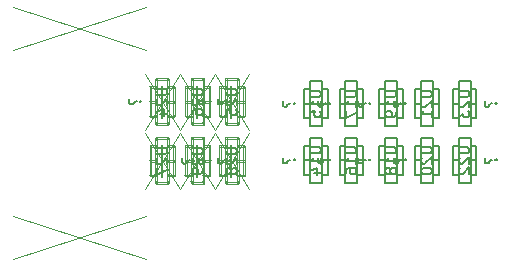
<source format=gbr>
%TF.GenerationSoftware,KiCad,Pcbnew,9.0.0*%
%TF.CreationDate,2025-03-14T22:24:00-04:00*%
%TF.ProjectId,teensy,7465656e-7379-42e6-9b69-6361645f7063,rev?*%
%TF.SameCoordinates,Original*%
%TF.FileFunction,AssemblyDrawing,Bot*%
%FSLAX46Y46*%
G04 Gerber Fmt 4.6, Leading zero omitted, Abs format (unit mm)*
G04 Created by KiCad (PCBNEW 9.0.0) date 2025-03-14 22:24:00*
%MOMM*%
%LPD*%
G01*
G04 APERTURE LIST*
%ADD10C,0.150000*%
%ADD11C,0.135000*%
%ADD12C,0.100000*%
G04 APERTURE END LIST*
D10*
X143109580Y-99352381D02*
X143157200Y-99400000D01*
X143157200Y-99400000D02*
X143204819Y-99352381D01*
X143204819Y-99352381D02*
X143157200Y-99304762D01*
X143157200Y-99304762D02*
X143109580Y-99352381D01*
X143109580Y-99352381D02*
X143204819Y-99352381D01*
X142252438Y-99161905D02*
X142204819Y-99257143D01*
X142204819Y-99257143D02*
X142204819Y-99495238D01*
X142204819Y-99495238D02*
X142252438Y-99590476D01*
X142252438Y-99590476D02*
X142347676Y-99638095D01*
X142347676Y-99638095D02*
X142442914Y-99638095D01*
X142442914Y-99638095D02*
X142538152Y-99590476D01*
X142538152Y-99590476D02*
X142585771Y-99542857D01*
X142585771Y-99542857D02*
X142633390Y-99447619D01*
X142633390Y-99447619D02*
X142681009Y-99400000D01*
X142681009Y-99400000D02*
X142776247Y-99352381D01*
X142776247Y-99352381D02*
X142823866Y-99352381D01*
D11*
X144509337Y-98285714D02*
X145237908Y-98285714D01*
X145237908Y-98285714D02*
X145323622Y-98328571D01*
X145323622Y-98328571D02*
X145366480Y-98371429D01*
X145366480Y-98371429D02*
X145409337Y-98457143D01*
X145409337Y-98457143D02*
X145409337Y-98628571D01*
X145409337Y-98628571D02*
X145366480Y-98714286D01*
X145366480Y-98714286D02*
X145323622Y-98757143D01*
X145323622Y-98757143D02*
X145237908Y-98800000D01*
X145237908Y-98800000D02*
X144509337Y-98800000D01*
X144595051Y-99185714D02*
X144552194Y-99228571D01*
X144552194Y-99228571D02*
X144509337Y-99314286D01*
X144509337Y-99314286D02*
X144509337Y-99528571D01*
X144509337Y-99528571D02*
X144552194Y-99614286D01*
X144552194Y-99614286D02*
X144595051Y-99657143D01*
X144595051Y-99657143D02*
X144680765Y-99700000D01*
X144680765Y-99700000D02*
X144766480Y-99700000D01*
X144766480Y-99700000D02*
X144895051Y-99657143D01*
X144895051Y-99657143D02*
X145409337Y-99142857D01*
X145409337Y-99142857D02*
X145409337Y-99700000D01*
X144509337Y-100514286D02*
X144509337Y-100085714D01*
X144509337Y-100085714D02*
X144937908Y-100042857D01*
X144937908Y-100042857D02*
X144895051Y-100085714D01*
X144895051Y-100085714D02*
X144852194Y-100171429D01*
X144852194Y-100171429D02*
X144852194Y-100385714D01*
X144852194Y-100385714D02*
X144895051Y-100471429D01*
X144895051Y-100471429D02*
X144937908Y-100514286D01*
X144937908Y-100514286D02*
X145023622Y-100557143D01*
X145023622Y-100557143D02*
X145237908Y-100557143D01*
X145237908Y-100557143D02*
X145323622Y-100514286D01*
X145323622Y-100514286D02*
X145366480Y-100471429D01*
X145366480Y-100471429D02*
X145409337Y-100385714D01*
X145409337Y-100385714D02*
X145409337Y-100171429D01*
X145409337Y-100171429D02*
X145366480Y-100085714D01*
X145366480Y-100085714D02*
X145323622Y-100042857D01*
X144959337Y-100759643D02*
X144959337Y-98083214D01*
D10*
X159599580Y-99522381D02*
X159647200Y-99570000D01*
X159647200Y-99570000D02*
X159694819Y-99522381D01*
X159694819Y-99522381D02*
X159647200Y-99474762D01*
X159647200Y-99474762D02*
X159599580Y-99522381D01*
X159599580Y-99522381D02*
X159694819Y-99522381D01*
X158742438Y-99331905D02*
X158694819Y-99427143D01*
X158694819Y-99427143D02*
X158694819Y-99665238D01*
X158694819Y-99665238D02*
X158742438Y-99760476D01*
X158742438Y-99760476D02*
X158837676Y-99808095D01*
X158837676Y-99808095D02*
X158932914Y-99808095D01*
X158932914Y-99808095D02*
X159028152Y-99760476D01*
X159028152Y-99760476D02*
X159075771Y-99712857D01*
X159075771Y-99712857D02*
X159123390Y-99617619D01*
X159123390Y-99617619D02*
X159171009Y-99570000D01*
X159171009Y-99570000D02*
X159266247Y-99522381D01*
X159266247Y-99522381D02*
X159313866Y-99522381D01*
D11*
X160999337Y-98455714D02*
X161727908Y-98455714D01*
X161727908Y-98455714D02*
X161813622Y-98498571D01*
X161813622Y-98498571D02*
X161856480Y-98541429D01*
X161856480Y-98541429D02*
X161899337Y-98627143D01*
X161899337Y-98627143D02*
X161899337Y-98798571D01*
X161899337Y-98798571D02*
X161856480Y-98884286D01*
X161856480Y-98884286D02*
X161813622Y-98927143D01*
X161813622Y-98927143D02*
X161727908Y-98970000D01*
X161727908Y-98970000D02*
X160999337Y-98970000D01*
X161085051Y-99355714D02*
X161042194Y-99398571D01*
X161042194Y-99398571D02*
X160999337Y-99484286D01*
X160999337Y-99484286D02*
X160999337Y-99698571D01*
X160999337Y-99698571D02*
X161042194Y-99784286D01*
X161042194Y-99784286D02*
X161085051Y-99827143D01*
X161085051Y-99827143D02*
X161170765Y-99870000D01*
X161170765Y-99870000D02*
X161256480Y-99870000D01*
X161256480Y-99870000D02*
X161385051Y-99827143D01*
X161385051Y-99827143D02*
X161899337Y-99312857D01*
X161899337Y-99312857D02*
X161899337Y-99870000D01*
X161899337Y-100727143D02*
X161899337Y-100212857D01*
X161899337Y-100470000D02*
X160999337Y-100470000D01*
X160999337Y-100470000D02*
X161127908Y-100384286D01*
X161127908Y-100384286D02*
X161213622Y-100298571D01*
X161213622Y-100298571D02*
X161256480Y-100212857D01*
D10*
X153219580Y-99522381D02*
X153267200Y-99570000D01*
X153267200Y-99570000D02*
X153314819Y-99522381D01*
X153314819Y-99522381D02*
X153267200Y-99474762D01*
X153267200Y-99474762D02*
X153219580Y-99522381D01*
X153219580Y-99522381D02*
X153314819Y-99522381D01*
X152362438Y-99331905D02*
X152314819Y-99427143D01*
X152314819Y-99427143D02*
X152314819Y-99665238D01*
X152314819Y-99665238D02*
X152362438Y-99760476D01*
X152362438Y-99760476D02*
X152457676Y-99808095D01*
X152457676Y-99808095D02*
X152552914Y-99808095D01*
X152552914Y-99808095D02*
X152648152Y-99760476D01*
X152648152Y-99760476D02*
X152695771Y-99712857D01*
X152695771Y-99712857D02*
X152743390Y-99617619D01*
X152743390Y-99617619D02*
X152791009Y-99570000D01*
X152791009Y-99570000D02*
X152886247Y-99522381D01*
X152886247Y-99522381D02*
X152933866Y-99522381D01*
D11*
X154619337Y-98455714D02*
X155347908Y-98455714D01*
X155347908Y-98455714D02*
X155433622Y-98498571D01*
X155433622Y-98498571D02*
X155476480Y-98541429D01*
X155476480Y-98541429D02*
X155519337Y-98627143D01*
X155519337Y-98627143D02*
X155519337Y-98798571D01*
X155519337Y-98798571D02*
X155476480Y-98884286D01*
X155476480Y-98884286D02*
X155433622Y-98927143D01*
X155433622Y-98927143D02*
X155347908Y-98970000D01*
X155347908Y-98970000D02*
X154619337Y-98970000D01*
X155519337Y-99870000D02*
X155519337Y-99355714D01*
X155519337Y-99612857D02*
X154619337Y-99612857D01*
X154619337Y-99612857D02*
X154747908Y-99527143D01*
X154747908Y-99527143D02*
X154833622Y-99441428D01*
X154833622Y-99441428D02*
X154876480Y-99355714D01*
X154619337Y-100170000D02*
X154619337Y-100770000D01*
X154619337Y-100770000D02*
X155519337Y-100384286D01*
D10*
X143109580Y-104352381D02*
X143157200Y-104400000D01*
X143157200Y-104400000D02*
X143204819Y-104352381D01*
X143204819Y-104352381D02*
X143157200Y-104304762D01*
X143157200Y-104304762D02*
X143109580Y-104352381D01*
X143109580Y-104352381D02*
X143204819Y-104352381D01*
X142252438Y-104161905D02*
X142204819Y-104257143D01*
X142204819Y-104257143D02*
X142204819Y-104495238D01*
X142204819Y-104495238D02*
X142252438Y-104590476D01*
X142252438Y-104590476D02*
X142347676Y-104638095D01*
X142347676Y-104638095D02*
X142442914Y-104638095D01*
X142442914Y-104638095D02*
X142538152Y-104590476D01*
X142538152Y-104590476D02*
X142585771Y-104542857D01*
X142585771Y-104542857D02*
X142633390Y-104447619D01*
X142633390Y-104447619D02*
X142681009Y-104400000D01*
X142681009Y-104400000D02*
X142776247Y-104352381D01*
X142776247Y-104352381D02*
X142823866Y-104352381D01*
D11*
X144509337Y-103285714D02*
X145237908Y-103285714D01*
X145237908Y-103285714D02*
X145323622Y-103328571D01*
X145323622Y-103328571D02*
X145366480Y-103371429D01*
X145366480Y-103371429D02*
X145409337Y-103457143D01*
X145409337Y-103457143D02*
X145409337Y-103628571D01*
X145409337Y-103628571D02*
X145366480Y-103714286D01*
X145366480Y-103714286D02*
X145323622Y-103757143D01*
X145323622Y-103757143D02*
X145237908Y-103800000D01*
X145237908Y-103800000D02*
X144509337Y-103800000D01*
X144595051Y-104185714D02*
X144552194Y-104228571D01*
X144552194Y-104228571D02*
X144509337Y-104314286D01*
X144509337Y-104314286D02*
X144509337Y-104528571D01*
X144509337Y-104528571D02*
X144552194Y-104614286D01*
X144552194Y-104614286D02*
X144595051Y-104657143D01*
X144595051Y-104657143D02*
X144680765Y-104700000D01*
X144680765Y-104700000D02*
X144766480Y-104700000D01*
X144766480Y-104700000D02*
X144895051Y-104657143D01*
X144895051Y-104657143D02*
X145409337Y-104142857D01*
X145409337Y-104142857D02*
X145409337Y-104700000D01*
X144895051Y-105214286D02*
X144852194Y-105128571D01*
X144852194Y-105128571D02*
X144809337Y-105085714D01*
X144809337Y-105085714D02*
X144723622Y-105042857D01*
X144723622Y-105042857D02*
X144680765Y-105042857D01*
X144680765Y-105042857D02*
X144595051Y-105085714D01*
X144595051Y-105085714D02*
X144552194Y-105128571D01*
X144552194Y-105128571D02*
X144509337Y-105214286D01*
X144509337Y-105214286D02*
X144509337Y-105385714D01*
X144509337Y-105385714D02*
X144552194Y-105471429D01*
X144552194Y-105471429D02*
X144595051Y-105514286D01*
X144595051Y-105514286D02*
X144680765Y-105557143D01*
X144680765Y-105557143D02*
X144723622Y-105557143D01*
X144723622Y-105557143D02*
X144809337Y-105514286D01*
X144809337Y-105514286D02*
X144852194Y-105471429D01*
X144852194Y-105471429D02*
X144895051Y-105385714D01*
X144895051Y-105385714D02*
X144895051Y-105214286D01*
X144895051Y-105214286D02*
X144937908Y-105128571D01*
X144937908Y-105128571D02*
X144980765Y-105085714D01*
X144980765Y-105085714D02*
X145066480Y-105042857D01*
X145066480Y-105042857D02*
X145237908Y-105042857D01*
X145237908Y-105042857D02*
X145323622Y-105085714D01*
X145323622Y-105085714D02*
X145366480Y-105128571D01*
X145366480Y-105128571D02*
X145409337Y-105214286D01*
X145409337Y-105214286D02*
X145409337Y-105385714D01*
X145409337Y-105385714D02*
X145366480Y-105471429D01*
X145366480Y-105471429D02*
X145323622Y-105514286D01*
X145323622Y-105514286D02*
X145237908Y-105557143D01*
X145237908Y-105557143D02*
X145066480Y-105557143D01*
X145066480Y-105557143D02*
X144980765Y-105514286D01*
X144980765Y-105514286D02*
X144937908Y-105471429D01*
X144937908Y-105471429D02*
X144895051Y-105385714D01*
X144959337Y-105759643D02*
X144959337Y-103083214D01*
D10*
X144709580Y-104352381D02*
X144757200Y-104400000D01*
X144757200Y-104400000D02*
X144804819Y-104352381D01*
X144804819Y-104352381D02*
X144757200Y-104304762D01*
X144757200Y-104304762D02*
X144709580Y-104352381D01*
X144709580Y-104352381D02*
X144804819Y-104352381D01*
X143852438Y-104161905D02*
X143804819Y-104257143D01*
X143804819Y-104257143D02*
X143804819Y-104495238D01*
X143804819Y-104495238D02*
X143852438Y-104590476D01*
X143852438Y-104590476D02*
X143947676Y-104638095D01*
X143947676Y-104638095D02*
X144042914Y-104638095D01*
X144042914Y-104638095D02*
X144138152Y-104590476D01*
X144138152Y-104590476D02*
X144185771Y-104542857D01*
X144185771Y-104542857D02*
X144233390Y-104447619D01*
X144233390Y-104447619D02*
X144281009Y-104400000D01*
X144281009Y-104400000D02*
X144376247Y-104352381D01*
X144376247Y-104352381D02*
X144423866Y-104352381D01*
D11*
X141609337Y-103285714D02*
X142337908Y-103285714D01*
X142337908Y-103285714D02*
X142423622Y-103328571D01*
X142423622Y-103328571D02*
X142466480Y-103371429D01*
X142466480Y-103371429D02*
X142509337Y-103457143D01*
X142509337Y-103457143D02*
X142509337Y-103628571D01*
X142509337Y-103628571D02*
X142466480Y-103714286D01*
X142466480Y-103714286D02*
X142423622Y-103757143D01*
X142423622Y-103757143D02*
X142337908Y-103800000D01*
X142337908Y-103800000D02*
X141609337Y-103800000D01*
X141695051Y-104185714D02*
X141652194Y-104228571D01*
X141652194Y-104228571D02*
X141609337Y-104314286D01*
X141609337Y-104314286D02*
X141609337Y-104528571D01*
X141609337Y-104528571D02*
X141652194Y-104614286D01*
X141652194Y-104614286D02*
X141695051Y-104657143D01*
X141695051Y-104657143D02*
X141780765Y-104700000D01*
X141780765Y-104700000D02*
X141866480Y-104700000D01*
X141866480Y-104700000D02*
X141995051Y-104657143D01*
X141995051Y-104657143D02*
X142509337Y-104142857D01*
X142509337Y-104142857D02*
X142509337Y-104700000D01*
X142509337Y-105128571D02*
X142509337Y-105300000D01*
X142509337Y-105300000D02*
X142466480Y-105385714D01*
X142466480Y-105385714D02*
X142423622Y-105428571D01*
X142423622Y-105428571D02*
X142295051Y-105514286D01*
X142295051Y-105514286D02*
X142123622Y-105557143D01*
X142123622Y-105557143D02*
X141780765Y-105557143D01*
X141780765Y-105557143D02*
X141695051Y-105514286D01*
X141695051Y-105514286D02*
X141652194Y-105471429D01*
X141652194Y-105471429D02*
X141609337Y-105385714D01*
X141609337Y-105385714D02*
X141609337Y-105214286D01*
X141609337Y-105214286D02*
X141652194Y-105128571D01*
X141652194Y-105128571D02*
X141695051Y-105085714D01*
X141695051Y-105085714D02*
X141780765Y-105042857D01*
X141780765Y-105042857D02*
X141995051Y-105042857D01*
X141995051Y-105042857D02*
X142080765Y-105085714D01*
X142080765Y-105085714D02*
X142123622Y-105128571D01*
X142123622Y-105128571D02*
X142166480Y-105214286D01*
X142166480Y-105214286D02*
X142166480Y-105385714D01*
X142166480Y-105385714D02*
X142123622Y-105471429D01*
X142123622Y-105471429D02*
X142080765Y-105514286D01*
X142080765Y-105514286D02*
X141995051Y-105557143D01*
X142059337Y-105759643D02*
X142059337Y-103083214D01*
D10*
X159599580Y-104322381D02*
X159647200Y-104370000D01*
X159647200Y-104370000D02*
X159694819Y-104322381D01*
X159694819Y-104322381D02*
X159647200Y-104274762D01*
X159647200Y-104274762D02*
X159599580Y-104322381D01*
X159599580Y-104322381D02*
X159694819Y-104322381D01*
X158742438Y-104131905D02*
X158694819Y-104227143D01*
X158694819Y-104227143D02*
X158694819Y-104465238D01*
X158694819Y-104465238D02*
X158742438Y-104560476D01*
X158742438Y-104560476D02*
X158837676Y-104608095D01*
X158837676Y-104608095D02*
X158932914Y-104608095D01*
X158932914Y-104608095D02*
X159028152Y-104560476D01*
X159028152Y-104560476D02*
X159075771Y-104512857D01*
X159075771Y-104512857D02*
X159123390Y-104417619D01*
X159123390Y-104417619D02*
X159171009Y-104370000D01*
X159171009Y-104370000D02*
X159266247Y-104322381D01*
X159266247Y-104322381D02*
X159313866Y-104322381D01*
D11*
X160999337Y-103255714D02*
X161727908Y-103255714D01*
X161727908Y-103255714D02*
X161813622Y-103298571D01*
X161813622Y-103298571D02*
X161856480Y-103341429D01*
X161856480Y-103341429D02*
X161899337Y-103427143D01*
X161899337Y-103427143D02*
X161899337Y-103598571D01*
X161899337Y-103598571D02*
X161856480Y-103684286D01*
X161856480Y-103684286D02*
X161813622Y-103727143D01*
X161813622Y-103727143D02*
X161727908Y-103770000D01*
X161727908Y-103770000D02*
X160999337Y-103770000D01*
X161085051Y-104155714D02*
X161042194Y-104198571D01*
X161042194Y-104198571D02*
X160999337Y-104284286D01*
X160999337Y-104284286D02*
X160999337Y-104498571D01*
X160999337Y-104498571D02*
X161042194Y-104584286D01*
X161042194Y-104584286D02*
X161085051Y-104627143D01*
X161085051Y-104627143D02*
X161170765Y-104670000D01*
X161170765Y-104670000D02*
X161256480Y-104670000D01*
X161256480Y-104670000D02*
X161385051Y-104627143D01*
X161385051Y-104627143D02*
X161899337Y-104112857D01*
X161899337Y-104112857D02*
X161899337Y-104670000D01*
X160999337Y-105227143D02*
X160999337Y-105312857D01*
X160999337Y-105312857D02*
X161042194Y-105398571D01*
X161042194Y-105398571D02*
X161085051Y-105441429D01*
X161085051Y-105441429D02*
X161170765Y-105484286D01*
X161170765Y-105484286D02*
X161342194Y-105527143D01*
X161342194Y-105527143D02*
X161556480Y-105527143D01*
X161556480Y-105527143D02*
X161727908Y-105484286D01*
X161727908Y-105484286D02*
X161813622Y-105441429D01*
X161813622Y-105441429D02*
X161856480Y-105398571D01*
X161856480Y-105398571D02*
X161899337Y-105312857D01*
X161899337Y-105312857D02*
X161899337Y-105227143D01*
X161899337Y-105227143D02*
X161856480Y-105141429D01*
X161856480Y-105141429D02*
X161813622Y-105098571D01*
X161813622Y-105098571D02*
X161727908Y-105055714D01*
X161727908Y-105055714D02*
X161556480Y-105012857D01*
X161556480Y-105012857D02*
X161342194Y-105012857D01*
X161342194Y-105012857D02*
X161170765Y-105055714D01*
X161170765Y-105055714D02*
X161085051Y-105098571D01*
X161085051Y-105098571D02*
X161042194Y-105141429D01*
X161042194Y-105141429D02*
X160999337Y-105227143D01*
D10*
X150219580Y-99522381D02*
X150267200Y-99570000D01*
X150267200Y-99570000D02*
X150314819Y-99522381D01*
X150314819Y-99522381D02*
X150267200Y-99474762D01*
X150267200Y-99474762D02*
X150219580Y-99522381D01*
X150219580Y-99522381D02*
X150314819Y-99522381D01*
X149362438Y-99331905D02*
X149314819Y-99427143D01*
X149314819Y-99427143D02*
X149314819Y-99665238D01*
X149314819Y-99665238D02*
X149362438Y-99760476D01*
X149362438Y-99760476D02*
X149457676Y-99808095D01*
X149457676Y-99808095D02*
X149552914Y-99808095D01*
X149552914Y-99808095D02*
X149648152Y-99760476D01*
X149648152Y-99760476D02*
X149695771Y-99712857D01*
X149695771Y-99712857D02*
X149743390Y-99617619D01*
X149743390Y-99617619D02*
X149791009Y-99570000D01*
X149791009Y-99570000D02*
X149886247Y-99522381D01*
X149886247Y-99522381D02*
X149933866Y-99522381D01*
D11*
X151619337Y-98455714D02*
X152347908Y-98455714D01*
X152347908Y-98455714D02*
X152433622Y-98498571D01*
X152433622Y-98498571D02*
X152476480Y-98541429D01*
X152476480Y-98541429D02*
X152519337Y-98627143D01*
X152519337Y-98627143D02*
X152519337Y-98798571D01*
X152519337Y-98798571D02*
X152476480Y-98884286D01*
X152476480Y-98884286D02*
X152433622Y-98927143D01*
X152433622Y-98927143D02*
X152347908Y-98970000D01*
X152347908Y-98970000D02*
X151619337Y-98970000D01*
X152519337Y-99870000D02*
X152519337Y-99355714D01*
X152519337Y-99612857D02*
X151619337Y-99612857D01*
X151619337Y-99612857D02*
X151747908Y-99527143D01*
X151747908Y-99527143D02*
X151833622Y-99441428D01*
X151833622Y-99441428D02*
X151876480Y-99355714D01*
X151619337Y-100684286D02*
X151619337Y-100255714D01*
X151619337Y-100255714D02*
X152047908Y-100212857D01*
X152047908Y-100212857D02*
X152005051Y-100255714D01*
X152005051Y-100255714D02*
X151962194Y-100341429D01*
X151962194Y-100341429D02*
X151962194Y-100555714D01*
X151962194Y-100555714D02*
X152005051Y-100641429D01*
X152005051Y-100641429D02*
X152047908Y-100684286D01*
X152047908Y-100684286D02*
X152133622Y-100727143D01*
X152133622Y-100727143D02*
X152347908Y-100727143D01*
X152347908Y-100727143D02*
X152433622Y-100684286D01*
X152433622Y-100684286D02*
X152476480Y-100641429D01*
X152476480Y-100641429D02*
X152519337Y-100555714D01*
X152519337Y-100555714D02*
X152519337Y-100341429D01*
X152519337Y-100341429D02*
X152476480Y-100255714D01*
X152476480Y-100255714D02*
X152433622Y-100212857D01*
D10*
X156599580Y-104322381D02*
X156647200Y-104370000D01*
X156647200Y-104370000D02*
X156694819Y-104322381D01*
X156694819Y-104322381D02*
X156647200Y-104274762D01*
X156647200Y-104274762D02*
X156599580Y-104322381D01*
X156599580Y-104322381D02*
X156694819Y-104322381D01*
X155742438Y-104131905D02*
X155694819Y-104227143D01*
X155694819Y-104227143D02*
X155694819Y-104465238D01*
X155694819Y-104465238D02*
X155742438Y-104560476D01*
X155742438Y-104560476D02*
X155837676Y-104608095D01*
X155837676Y-104608095D02*
X155932914Y-104608095D01*
X155932914Y-104608095D02*
X156028152Y-104560476D01*
X156028152Y-104560476D02*
X156075771Y-104512857D01*
X156075771Y-104512857D02*
X156123390Y-104417619D01*
X156123390Y-104417619D02*
X156171009Y-104370000D01*
X156171009Y-104370000D02*
X156266247Y-104322381D01*
X156266247Y-104322381D02*
X156313866Y-104322381D01*
D11*
X157999337Y-103255714D02*
X158727908Y-103255714D01*
X158727908Y-103255714D02*
X158813622Y-103298571D01*
X158813622Y-103298571D02*
X158856480Y-103341429D01*
X158856480Y-103341429D02*
X158899337Y-103427143D01*
X158899337Y-103427143D02*
X158899337Y-103598571D01*
X158899337Y-103598571D02*
X158856480Y-103684286D01*
X158856480Y-103684286D02*
X158813622Y-103727143D01*
X158813622Y-103727143D02*
X158727908Y-103770000D01*
X158727908Y-103770000D02*
X157999337Y-103770000D01*
X158899337Y-104670000D02*
X158899337Y-104155714D01*
X158899337Y-104412857D02*
X157999337Y-104412857D01*
X157999337Y-104412857D02*
X158127908Y-104327143D01*
X158127908Y-104327143D02*
X158213622Y-104241428D01*
X158213622Y-104241428D02*
X158256480Y-104155714D01*
X158385051Y-105184286D02*
X158342194Y-105098571D01*
X158342194Y-105098571D02*
X158299337Y-105055714D01*
X158299337Y-105055714D02*
X158213622Y-105012857D01*
X158213622Y-105012857D02*
X158170765Y-105012857D01*
X158170765Y-105012857D02*
X158085051Y-105055714D01*
X158085051Y-105055714D02*
X158042194Y-105098571D01*
X158042194Y-105098571D02*
X157999337Y-105184286D01*
X157999337Y-105184286D02*
X157999337Y-105355714D01*
X157999337Y-105355714D02*
X158042194Y-105441429D01*
X158042194Y-105441429D02*
X158085051Y-105484286D01*
X158085051Y-105484286D02*
X158170765Y-105527143D01*
X158170765Y-105527143D02*
X158213622Y-105527143D01*
X158213622Y-105527143D02*
X158299337Y-105484286D01*
X158299337Y-105484286D02*
X158342194Y-105441429D01*
X158342194Y-105441429D02*
X158385051Y-105355714D01*
X158385051Y-105355714D02*
X158385051Y-105184286D01*
X158385051Y-105184286D02*
X158427908Y-105098571D01*
X158427908Y-105098571D02*
X158470765Y-105055714D01*
X158470765Y-105055714D02*
X158556480Y-105012857D01*
X158556480Y-105012857D02*
X158727908Y-105012857D01*
X158727908Y-105012857D02*
X158813622Y-105055714D01*
X158813622Y-105055714D02*
X158856480Y-105098571D01*
X158856480Y-105098571D02*
X158899337Y-105184286D01*
X158899337Y-105184286D02*
X158899337Y-105355714D01*
X158899337Y-105355714D02*
X158856480Y-105441429D01*
X158856480Y-105441429D02*
X158813622Y-105484286D01*
X158813622Y-105484286D02*
X158727908Y-105527143D01*
X158727908Y-105527143D02*
X158556480Y-105527143D01*
X158556480Y-105527143D02*
X158470765Y-105484286D01*
X158470765Y-105484286D02*
X158427908Y-105441429D01*
X158427908Y-105441429D02*
X158385051Y-105355714D01*
D10*
X153219580Y-104322381D02*
X153267200Y-104370000D01*
X153267200Y-104370000D02*
X153314819Y-104322381D01*
X153314819Y-104322381D02*
X153267200Y-104274762D01*
X153267200Y-104274762D02*
X153219580Y-104322381D01*
X153219580Y-104322381D02*
X153314819Y-104322381D01*
X152362438Y-104131905D02*
X152314819Y-104227143D01*
X152314819Y-104227143D02*
X152314819Y-104465238D01*
X152314819Y-104465238D02*
X152362438Y-104560476D01*
X152362438Y-104560476D02*
X152457676Y-104608095D01*
X152457676Y-104608095D02*
X152552914Y-104608095D01*
X152552914Y-104608095D02*
X152648152Y-104560476D01*
X152648152Y-104560476D02*
X152695771Y-104512857D01*
X152695771Y-104512857D02*
X152743390Y-104417619D01*
X152743390Y-104417619D02*
X152791009Y-104370000D01*
X152791009Y-104370000D02*
X152886247Y-104322381D01*
X152886247Y-104322381D02*
X152933866Y-104322381D01*
D11*
X154619337Y-103255714D02*
X155347908Y-103255714D01*
X155347908Y-103255714D02*
X155433622Y-103298571D01*
X155433622Y-103298571D02*
X155476480Y-103341429D01*
X155476480Y-103341429D02*
X155519337Y-103427143D01*
X155519337Y-103427143D02*
X155519337Y-103598571D01*
X155519337Y-103598571D02*
X155476480Y-103684286D01*
X155476480Y-103684286D02*
X155433622Y-103727143D01*
X155433622Y-103727143D02*
X155347908Y-103770000D01*
X155347908Y-103770000D02*
X154619337Y-103770000D01*
X155519337Y-104670000D02*
X155519337Y-104155714D01*
X155519337Y-104412857D02*
X154619337Y-104412857D01*
X154619337Y-104412857D02*
X154747908Y-104327143D01*
X154747908Y-104327143D02*
X154833622Y-104241428D01*
X154833622Y-104241428D02*
X154876480Y-104155714D01*
X154619337Y-105441429D02*
X154619337Y-105270000D01*
X154619337Y-105270000D02*
X154662194Y-105184286D01*
X154662194Y-105184286D02*
X154705051Y-105141429D01*
X154705051Y-105141429D02*
X154833622Y-105055714D01*
X154833622Y-105055714D02*
X155005051Y-105012857D01*
X155005051Y-105012857D02*
X155347908Y-105012857D01*
X155347908Y-105012857D02*
X155433622Y-105055714D01*
X155433622Y-105055714D02*
X155476480Y-105098571D01*
X155476480Y-105098571D02*
X155519337Y-105184286D01*
X155519337Y-105184286D02*
X155519337Y-105355714D01*
X155519337Y-105355714D02*
X155476480Y-105441429D01*
X155476480Y-105441429D02*
X155433622Y-105484286D01*
X155433622Y-105484286D02*
X155347908Y-105527143D01*
X155347908Y-105527143D02*
X155133622Y-105527143D01*
X155133622Y-105527143D02*
X155047908Y-105484286D01*
X155047908Y-105484286D02*
X155005051Y-105441429D01*
X155005051Y-105441429D02*
X154962194Y-105355714D01*
X154962194Y-105355714D02*
X154962194Y-105184286D01*
X154962194Y-105184286D02*
X155005051Y-105098571D01*
X155005051Y-105098571D02*
X155047908Y-105055714D01*
X155047908Y-105055714D02*
X155133622Y-105012857D01*
D10*
X150219580Y-104322381D02*
X150267200Y-104370000D01*
X150267200Y-104370000D02*
X150314819Y-104322381D01*
X150314819Y-104322381D02*
X150267200Y-104274762D01*
X150267200Y-104274762D02*
X150219580Y-104322381D01*
X150219580Y-104322381D02*
X150314819Y-104322381D01*
X149362438Y-104131905D02*
X149314819Y-104227143D01*
X149314819Y-104227143D02*
X149314819Y-104465238D01*
X149314819Y-104465238D02*
X149362438Y-104560476D01*
X149362438Y-104560476D02*
X149457676Y-104608095D01*
X149457676Y-104608095D02*
X149552914Y-104608095D01*
X149552914Y-104608095D02*
X149648152Y-104560476D01*
X149648152Y-104560476D02*
X149695771Y-104512857D01*
X149695771Y-104512857D02*
X149743390Y-104417619D01*
X149743390Y-104417619D02*
X149791009Y-104370000D01*
X149791009Y-104370000D02*
X149886247Y-104322381D01*
X149886247Y-104322381D02*
X149933866Y-104322381D01*
D11*
X151619337Y-103255714D02*
X152347908Y-103255714D01*
X152347908Y-103255714D02*
X152433622Y-103298571D01*
X152433622Y-103298571D02*
X152476480Y-103341429D01*
X152476480Y-103341429D02*
X152519337Y-103427143D01*
X152519337Y-103427143D02*
X152519337Y-103598571D01*
X152519337Y-103598571D02*
X152476480Y-103684286D01*
X152476480Y-103684286D02*
X152433622Y-103727143D01*
X152433622Y-103727143D02*
X152347908Y-103770000D01*
X152347908Y-103770000D02*
X151619337Y-103770000D01*
X152519337Y-104670000D02*
X152519337Y-104155714D01*
X152519337Y-104412857D02*
X151619337Y-104412857D01*
X151619337Y-104412857D02*
X151747908Y-104327143D01*
X151747908Y-104327143D02*
X151833622Y-104241428D01*
X151833622Y-104241428D02*
X151876480Y-104155714D01*
X151919337Y-105441429D02*
X152519337Y-105441429D01*
X151576480Y-105227143D02*
X152219337Y-105012857D01*
X152219337Y-105012857D02*
X152219337Y-105570000D01*
D10*
X167309580Y-104322381D02*
X167357200Y-104370000D01*
X167357200Y-104370000D02*
X167404819Y-104322381D01*
X167404819Y-104322381D02*
X167357200Y-104274762D01*
X167357200Y-104274762D02*
X167309580Y-104322381D01*
X167309580Y-104322381D02*
X167404819Y-104322381D01*
X166452438Y-104131905D02*
X166404819Y-104227143D01*
X166404819Y-104227143D02*
X166404819Y-104465238D01*
X166404819Y-104465238D02*
X166452438Y-104560476D01*
X166452438Y-104560476D02*
X166547676Y-104608095D01*
X166547676Y-104608095D02*
X166642914Y-104608095D01*
X166642914Y-104608095D02*
X166738152Y-104560476D01*
X166738152Y-104560476D02*
X166785771Y-104512857D01*
X166785771Y-104512857D02*
X166833390Y-104417619D01*
X166833390Y-104417619D02*
X166881009Y-104370000D01*
X166881009Y-104370000D02*
X166976247Y-104322381D01*
X166976247Y-104322381D02*
X167023866Y-104322381D01*
D11*
X164209337Y-103255714D02*
X164937908Y-103255714D01*
X164937908Y-103255714D02*
X165023622Y-103298571D01*
X165023622Y-103298571D02*
X165066480Y-103341429D01*
X165066480Y-103341429D02*
X165109337Y-103427143D01*
X165109337Y-103427143D02*
X165109337Y-103598571D01*
X165109337Y-103598571D02*
X165066480Y-103684286D01*
X165066480Y-103684286D02*
X165023622Y-103727143D01*
X165023622Y-103727143D02*
X164937908Y-103770000D01*
X164937908Y-103770000D02*
X164209337Y-103770000D01*
X164295051Y-104155714D02*
X164252194Y-104198571D01*
X164252194Y-104198571D02*
X164209337Y-104284286D01*
X164209337Y-104284286D02*
X164209337Y-104498571D01*
X164209337Y-104498571D02*
X164252194Y-104584286D01*
X164252194Y-104584286D02*
X164295051Y-104627143D01*
X164295051Y-104627143D02*
X164380765Y-104670000D01*
X164380765Y-104670000D02*
X164466480Y-104670000D01*
X164466480Y-104670000D02*
X164595051Y-104627143D01*
X164595051Y-104627143D02*
X165109337Y-104112857D01*
X165109337Y-104112857D02*
X165109337Y-104670000D01*
X164295051Y-105012857D02*
X164252194Y-105055714D01*
X164252194Y-105055714D02*
X164209337Y-105141429D01*
X164209337Y-105141429D02*
X164209337Y-105355714D01*
X164209337Y-105355714D02*
X164252194Y-105441429D01*
X164252194Y-105441429D02*
X164295051Y-105484286D01*
X164295051Y-105484286D02*
X164380765Y-105527143D01*
X164380765Y-105527143D02*
X164466480Y-105527143D01*
X164466480Y-105527143D02*
X164595051Y-105484286D01*
X164595051Y-105484286D02*
X165109337Y-104970000D01*
X165109337Y-104970000D02*
X165109337Y-105527143D01*
D10*
X156599580Y-99522381D02*
X156647200Y-99570000D01*
X156647200Y-99570000D02*
X156694819Y-99522381D01*
X156694819Y-99522381D02*
X156647200Y-99474762D01*
X156647200Y-99474762D02*
X156599580Y-99522381D01*
X156599580Y-99522381D02*
X156694819Y-99522381D01*
X155742438Y-99331905D02*
X155694819Y-99427143D01*
X155694819Y-99427143D02*
X155694819Y-99665238D01*
X155694819Y-99665238D02*
X155742438Y-99760476D01*
X155742438Y-99760476D02*
X155837676Y-99808095D01*
X155837676Y-99808095D02*
X155932914Y-99808095D01*
X155932914Y-99808095D02*
X156028152Y-99760476D01*
X156028152Y-99760476D02*
X156075771Y-99712857D01*
X156075771Y-99712857D02*
X156123390Y-99617619D01*
X156123390Y-99617619D02*
X156171009Y-99570000D01*
X156171009Y-99570000D02*
X156266247Y-99522381D01*
X156266247Y-99522381D02*
X156313866Y-99522381D01*
D11*
X157999337Y-98455714D02*
X158727908Y-98455714D01*
X158727908Y-98455714D02*
X158813622Y-98498571D01*
X158813622Y-98498571D02*
X158856480Y-98541429D01*
X158856480Y-98541429D02*
X158899337Y-98627143D01*
X158899337Y-98627143D02*
X158899337Y-98798571D01*
X158899337Y-98798571D02*
X158856480Y-98884286D01*
X158856480Y-98884286D02*
X158813622Y-98927143D01*
X158813622Y-98927143D02*
X158727908Y-98970000D01*
X158727908Y-98970000D02*
X157999337Y-98970000D01*
X158899337Y-99870000D02*
X158899337Y-99355714D01*
X158899337Y-99612857D02*
X157999337Y-99612857D01*
X157999337Y-99612857D02*
X158127908Y-99527143D01*
X158127908Y-99527143D02*
X158213622Y-99441428D01*
X158213622Y-99441428D02*
X158256480Y-99355714D01*
X158899337Y-100298571D02*
X158899337Y-100470000D01*
X158899337Y-100470000D02*
X158856480Y-100555714D01*
X158856480Y-100555714D02*
X158813622Y-100598571D01*
X158813622Y-100598571D02*
X158685051Y-100684286D01*
X158685051Y-100684286D02*
X158513622Y-100727143D01*
X158513622Y-100727143D02*
X158170765Y-100727143D01*
X158170765Y-100727143D02*
X158085051Y-100684286D01*
X158085051Y-100684286D02*
X158042194Y-100641429D01*
X158042194Y-100641429D02*
X157999337Y-100555714D01*
X157999337Y-100555714D02*
X157999337Y-100384286D01*
X157999337Y-100384286D02*
X158042194Y-100298571D01*
X158042194Y-100298571D02*
X158085051Y-100255714D01*
X158085051Y-100255714D02*
X158170765Y-100212857D01*
X158170765Y-100212857D02*
X158385051Y-100212857D01*
X158385051Y-100212857D02*
X158470765Y-100255714D01*
X158470765Y-100255714D02*
X158513622Y-100298571D01*
X158513622Y-100298571D02*
X158556480Y-100384286D01*
X158556480Y-100384286D02*
X158556480Y-100555714D01*
X158556480Y-100555714D02*
X158513622Y-100641429D01*
X158513622Y-100641429D02*
X158470765Y-100684286D01*
X158470765Y-100684286D02*
X158385051Y-100727143D01*
D10*
X167309580Y-99522381D02*
X167357200Y-99570000D01*
X167357200Y-99570000D02*
X167404819Y-99522381D01*
X167404819Y-99522381D02*
X167357200Y-99474762D01*
X167357200Y-99474762D02*
X167309580Y-99522381D01*
X167309580Y-99522381D02*
X167404819Y-99522381D01*
X166452438Y-99331905D02*
X166404819Y-99427143D01*
X166404819Y-99427143D02*
X166404819Y-99665238D01*
X166404819Y-99665238D02*
X166452438Y-99760476D01*
X166452438Y-99760476D02*
X166547676Y-99808095D01*
X166547676Y-99808095D02*
X166642914Y-99808095D01*
X166642914Y-99808095D02*
X166738152Y-99760476D01*
X166738152Y-99760476D02*
X166785771Y-99712857D01*
X166785771Y-99712857D02*
X166833390Y-99617619D01*
X166833390Y-99617619D02*
X166881009Y-99570000D01*
X166881009Y-99570000D02*
X166976247Y-99522381D01*
X166976247Y-99522381D02*
X167023866Y-99522381D01*
D11*
X164209337Y-98455714D02*
X164937908Y-98455714D01*
X164937908Y-98455714D02*
X165023622Y-98498571D01*
X165023622Y-98498571D02*
X165066480Y-98541429D01*
X165066480Y-98541429D02*
X165109337Y-98627143D01*
X165109337Y-98627143D02*
X165109337Y-98798571D01*
X165109337Y-98798571D02*
X165066480Y-98884286D01*
X165066480Y-98884286D02*
X165023622Y-98927143D01*
X165023622Y-98927143D02*
X164937908Y-98970000D01*
X164937908Y-98970000D02*
X164209337Y-98970000D01*
X164295051Y-99355714D02*
X164252194Y-99398571D01*
X164252194Y-99398571D02*
X164209337Y-99484286D01*
X164209337Y-99484286D02*
X164209337Y-99698571D01*
X164209337Y-99698571D02*
X164252194Y-99784286D01*
X164252194Y-99784286D02*
X164295051Y-99827143D01*
X164295051Y-99827143D02*
X164380765Y-99870000D01*
X164380765Y-99870000D02*
X164466480Y-99870000D01*
X164466480Y-99870000D02*
X164595051Y-99827143D01*
X164595051Y-99827143D02*
X165109337Y-99312857D01*
X165109337Y-99312857D02*
X165109337Y-99870000D01*
X164209337Y-100170000D02*
X164209337Y-100727143D01*
X164209337Y-100727143D02*
X164552194Y-100427143D01*
X164552194Y-100427143D02*
X164552194Y-100555714D01*
X164552194Y-100555714D02*
X164595051Y-100641429D01*
X164595051Y-100641429D02*
X164637908Y-100684286D01*
X164637908Y-100684286D02*
X164723622Y-100727143D01*
X164723622Y-100727143D02*
X164937908Y-100727143D01*
X164937908Y-100727143D02*
X165023622Y-100684286D01*
X165023622Y-100684286D02*
X165066480Y-100641429D01*
X165066480Y-100641429D02*
X165109337Y-100555714D01*
X165109337Y-100555714D02*
X165109337Y-100298571D01*
X165109337Y-100298571D02*
X165066480Y-100212857D01*
X165066480Y-100212857D02*
X165023622Y-100170000D01*
D10*
X141709580Y-104352381D02*
X141757200Y-104400000D01*
X141757200Y-104400000D02*
X141804819Y-104352381D01*
X141804819Y-104352381D02*
X141757200Y-104304762D01*
X141757200Y-104304762D02*
X141709580Y-104352381D01*
X141709580Y-104352381D02*
X141804819Y-104352381D01*
X140852438Y-104161905D02*
X140804819Y-104257143D01*
X140804819Y-104257143D02*
X140804819Y-104495238D01*
X140804819Y-104495238D02*
X140852438Y-104590476D01*
X140852438Y-104590476D02*
X140947676Y-104638095D01*
X140947676Y-104638095D02*
X141042914Y-104638095D01*
X141042914Y-104638095D02*
X141138152Y-104590476D01*
X141138152Y-104590476D02*
X141185771Y-104542857D01*
X141185771Y-104542857D02*
X141233390Y-104447619D01*
X141233390Y-104447619D02*
X141281009Y-104400000D01*
X141281009Y-104400000D02*
X141376247Y-104352381D01*
X141376247Y-104352381D02*
X141423866Y-104352381D01*
D11*
X138609337Y-103285714D02*
X139337908Y-103285714D01*
X139337908Y-103285714D02*
X139423622Y-103328571D01*
X139423622Y-103328571D02*
X139466480Y-103371429D01*
X139466480Y-103371429D02*
X139509337Y-103457143D01*
X139509337Y-103457143D02*
X139509337Y-103628571D01*
X139509337Y-103628571D02*
X139466480Y-103714286D01*
X139466480Y-103714286D02*
X139423622Y-103757143D01*
X139423622Y-103757143D02*
X139337908Y-103800000D01*
X139337908Y-103800000D02*
X138609337Y-103800000D01*
X138695051Y-104185714D02*
X138652194Y-104228571D01*
X138652194Y-104228571D02*
X138609337Y-104314286D01*
X138609337Y-104314286D02*
X138609337Y-104528571D01*
X138609337Y-104528571D02*
X138652194Y-104614286D01*
X138652194Y-104614286D02*
X138695051Y-104657143D01*
X138695051Y-104657143D02*
X138780765Y-104700000D01*
X138780765Y-104700000D02*
X138866480Y-104700000D01*
X138866480Y-104700000D02*
X138995051Y-104657143D01*
X138995051Y-104657143D02*
X139509337Y-104142857D01*
X139509337Y-104142857D02*
X139509337Y-104700000D01*
X138609337Y-105000000D02*
X138609337Y-105600000D01*
X138609337Y-105600000D02*
X139509337Y-105214286D01*
X139059337Y-105802495D02*
X139059337Y-103083214D01*
D10*
X137209580Y-99352381D02*
X137257200Y-99400000D01*
X137257200Y-99400000D02*
X137304819Y-99352381D01*
X137304819Y-99352381D02*
X137257200Y-99304762D01*
X137257200Y-99304762D02*
X137209580Y-99352381D01*
X137209580Y-99352381D02*
X137304819Y-99352381D01*
X136352438Y-99161905D02*
X136304819Y-99257143D01*
X136304819Y-99257143D02*
X136304819Y-99495238D01*
X136304819Y-99495238D02*
X136352438Y-99590476D01*
X136352438Y-99590476D02*
X136447676Y-99638095D01*
X136447676Y-99638095D02*
X136542914Y-99638095D01*
X136542914Y-99638095D02*
X136638152Y-99590476D01*
X136638152Y-99590476D02*
X136685771Y-99542857D01*
X136685771Y-99542857D02*
X136733390Y-99447619D01*
X136733390Y-99447619D02*
X136781009Y-99400000D01*
X136781009Y-99400000D02*
X136876247Y-99352381D01*
X136876247Y-99352381D02*
X136923866Y-99352381D01*
D11*
X138609337Y-98285714D02*
X139337908Y-98285714D01*
X139337908Y-98285714D02*
X139423622Y-98328571D01*
X139423622Y-98328571D02*
X139466480Y-98371429D01*
X139466480Y-98371429D02*
X139509337Y-98457143D01*
X139509337Y-98457143D02*
X139509337Y-98628571D01*
X139509337Y-98628571D02*
X139466480Y-98714286D01*
X139466480Y-98714286D02*
X139423622Y-98757143D01*
X139423622Y-98757143D02*
X139337908Y-98800000D01*
X139337908Y-98800000D02*
X138609337Y-98800000D01*
X138695051Y-99185714D02*
X138652194Y-99228571D01*
X138652194Y-99228571D02*
X138609337Y-99314286D01*
X138609337Y-99314286D02*
X138609337Y-99528571D01*
X138609337Y-99528571D02*
X138652194Y-99614286D01*
X138652194Y-99614286D02*
X138695051Y-99657143D01*
X138695051Y-99657143D02*
X138780765Y-99700000D01*
X138780765Y-99700000D02*
X138866480Y-99700000D01*
X138866480Y-99700000D02*
X138995051Y-99657143D01*
X138995051Y-99657143D02*
X139509337Y-99142857D01*
X139509337Y-99142857D02*
X139509337Y-99700000D01*
X138909337Y-100471429D02*
X139509337Y-100471429D01*
X138566480Y-100257143D02*
X139209337Y-100042857D01*
X139209337Y-100042857D02*
X139209337Y-100600000D01*
X139037993Y-100797362D02*
X139037993Y-98083214D01*
D10*
X144709580Y-99352381D02*
X144757200Y-99400000D01*
X144757200Y-99400000D02*
X144804819Y-99352381D01*
X144804819Y-99352381D02*
X144757200Y-99304762D01*
X144757200Y-99304762D02*
X144709580Y-99352381D01*
X144709580Y-99352381D02*
X144804819Y-99352381D01*
X143852438Y-99161905D02*
X143804819Y-99257143D01*
X143804819Y-99257143D02*
X143804819Y-99495238D01*
X143804819Y-99495238D02*
X143852438Y-99590476D01*
X143852438Y-99590476D02*
X143947676Y-99638095D01*
X143947676Y-99638095D02*
X144042914Y-99638095D01*
X144042914Y-99638095D02*
X144138152Y-99590476D01*
X144138152Y-99590476D02*
X144185771Y-99542857D01*
X144185771Y-99542857D02*
X144233390Y-99447619D01*
X144233390Y-99447619D02*
X144281009Y-99400000D01*
X144281009Y-99400000D02*
X144376247Y-99352381D01*
X144376247Y-99352381D02*
X144423866Y-99352381D01*
D11*
X141609337Y-98285714D02*
X142337908Y-98285714D01*
X142337908Y-98285714D02*
X142423622Y-98328571D01*
X142423622Y-98328571D02*
X142466480Y-98371429D01*
X142466480Y-98371429D02*
X142509337Y-98457143D01*
X142509337Y-98457143D02*
X142509337Y-98628571D01*
X142509337Y-98628571D02*
X142466480Y-98714286D01*
X142466480Y-98714286D02*
X142423622Y-98757143D01*
X142423622Y-98757143D02*
X142337908Y-98800000D01*
X142337908Y-98800000D02*
X141609337Y-98800000D01*
X141695051Y-99185714D02*
X141652194Y-99228571D01*
X141652194Y-99228571D02*
X141609337Y-99314286D01*
X141609337Y-99314286D02*
X141609337Y-99528571D01*
X141609337Y-99528571D02*
X141652194Y-99614286D01*
X141652194Y-99614286D02*
X141695051Y-99657143D01*
X141695051Y-99657143D02*
X141780765Y-99700000D01*
X141780765Y-99700000D02*
X141866480Y-99700000D01*
X141866480Y-99700000D02*
X141995051Y-99657143D01*
X141995051Y-99657143D02*
X142509337Y-99142857D01*
X142509337Y-99142857D02*
X142509337Y-99700000D01*
X141609337Y-100471429D02*
X141609337Y-100300000D01*
X141609337Y-100300000D02*
X141652194Y-100214286D01*
X141652194Y-100214286D02*
X141695051Y-100171429D01*
X141695051Y-100171429D02*
X141823622Y-100085714D01*
X141823622Y-100085714D02*
X141995051Y-100042857D01*
X141995051Y-100042857D02*
X142337908Y-100042857D01*
X142337908Y-100042857D02*
X142423622Y-100085714D01*
X142423622Y-100085714D02*
X142466480Y-100128571D01*
X142466480Y-100128571D02*
X142509337Y-100214286D01*
X142509337Y-100214286D02*
X142509337Y-100385714D01*
X142509337Y-100385714D02*
X142466480Y-100471429D01*
X142466480Y-100471429D02*
X142423622Y-100514286D01*
X142423622Y-100514286D02*
X142337908Y-100557143D01*
X142337908Y-100557143D02*
X142123622Y-100557143D01*
X142123622Y-100557143D02*
X142037908Y-100514286D01*
X142037908Y-100514286D02*
X141995051Y-100471429D01*
X141995051Y-100471429D02*
X141952194Y-100385714D01*
X141952194Y-100385714D02*
X141952194Y-100214286D01*
X141952194Y-100214286D02*
X141995051Y-100128571D01*
X141995051Y-100128571D02*
X142037908Y-100085714D01*
X142037908Y-100085714D02*
X142123622Y-100042857D01*
X142059337Y-100759643D02*
X142059337Y-98083214D01*
D12*
X143925000Y-98150000D02*
X143925000Y-100650000D01*
X144075000Y-100650000D02*
G75*
G02*
X143925000Y-100650000I-75000J0D01*
G01*
X144075000Y-100650000D02*
X144075000Y-98150000D01*
X144075000Y-98150000D02*
G75*
G03*
X143925000Y-98150000I-75000J0D01*
G01*
X144000000Y-99475000D02*
X144500000Y-99475000D01*
X144500000Y-99325000D02*
G75*
G02*
X144500000Y-99475000I0J-75000D01*
G01*
X144500000Y-99325000D02*
X144000000Y-99325000D01*
X144000000Y-99325000D02*
G75*
G03*
X144000000Y-99475000I0J-75000D01*
G01*
X144000000Y-100725000D02*
X144500000Y-100725000D01*
X144500000Y-100575000D02*
G75*
G02*
X144500000Y-100725000I0J-75000D01*
G01*
X144500000Y-100575000D02*
X144000000Y-100575000D01*
X144000000Y-100575000D02*
G75*
G03*
X144000000Y-100725000I0J-75000D01*
G01*
X144425000Y-97650000D02*
X144425000Y-98150000D01*
X144575000Y-98150000D02*
G75*
G02*
X144425000Y-98150000I-75000J0D01*
G01*
X144575000Y-98150000D02*
X144575000Y-97650000D01*
X144575000Y-97650000D02*
G75*
G03*
X144425000Y-97650000I-75000J0D01*
G01*
X144500000Y-98075000D02*
X144000000Y-98075000D01*
X144000000Y-98225000D02*
G75*
G02*
X144000000Y-98075000I0J75000D01*
G01*
X144000000Y-98225000D02*
X144500000Y-98225000D01*
X144500000Y-98225000D02*
G75*
G03*
X144500000Y-98075000I0J75000D01*
G01*
X144425000Y-100650000D02*
X144425000Y-101150000D01*
X144575000Y-101150000D02*
G75*
G02*
X144425000Y-101150000I-75000J0D01*
G01*
X144575000Y-101150000D02*
X144575000Y-100650000D01*
X144575000Y-100650000D02*
G75*
G03*
X144425000Y-100650000I-75000J0D01*
G01*
X144575000Y-101300000D02*
X144575000Y-97500000D01*
X144425000Y-97500000D02*
G75*
G02*
X144575000Y-97500000I75000J0D01*
G01*
X144425000Y-97500000D02*
X144425000Y-101300000D01*
X144425000Y-101300000D02*
G75*
G03*
X144575000Y-101300000I75000J0D01*
G01*
X144500000Y-101375000D02*
X145500000Y-101375000D01*
X145500000Y-101225000D02*
G75*
G02*
X145500000Y-101375000I0J-75000D01*
G01*
X145500000Y-101225000D02*
X144500000Y-101225000D01*
X144500000Y-101225000D02*
G75*
G03*
X144500000Y-101375000I0J-75000D01*
G01*
X145500000Y-97425000D02*
X144500000Y-97425000D01*
X144500000Y-97575000D02*
G75*
G02*
X144500000Y-97425000I0J75000D01*
G01*
X144500000Y-97575000D02*
X145500000Y-97575000D01*
X145500000Y-97575000D02*
G75*
G03*
X145500000Y-97425000I0J75000D01*
G01*
X145425000Y-97500000D02*
X145425000Y-101300000D01*
X145575000Y-101300000D02*
G75*
G02*
X145425000Y-101300000I-75000J0D01*
G01*
X145575000Y-101300000D02*
X145575000Y-97500000D01*
X145575000Y-97500000D02*
G75*
G03*
X145425000Y-97500000I-75000J0D01*
G01*
X145575000Y-98150000D02*
X145575000Y-97650000D01*
X145425000Y-97650000D02*
G75*
G02*
X145575000Y-97650000I75000J0D01*
G01*
X145425000Y-97650000D02*
X145425000Y-98150000D01*
X145425000Y-98150000D02*
G75*
G03*
X145575000Y-98150000I75000J0D01*
G01*
X145500000Y-99475000D02*
X146000000Y-99475000D01*
X146000000Y-99325000D02*
G75*
G02*
X146000000Y-99475000I0J-75000D01*
G01*
X146000000Y-99325000D02*
X145500000Y-99325000D01*
X145500000Y-99325000D02*
G75*
G03*
X145500000Y-99475000I0J-75000D01*
G01*
X145500000Y-100725000D02*
X146000000Y-100725000D01*
X146000000Y-100575000D02*
G75*
G02*
X146000000Y-100725000I0J-75000D01*
G01*
X146000000Y-100575000D02*
X145500000Y-100575000D01*
X145500000Y-100575000D02*
G75*
G03*
X145500000Y-100725000I0J-75000D01*
G01*
X145575000Y-101150000D02*
X145575000Y-100650000D01*
X145425000Y-100650000D02*
G75*
G02*
X145575000Y-100650000I75000J0D01*
G01*
X145425000Y-100650000D02*
X145425000Y-101150000D01*
X145425000Y-101150000D02*
G75*
G03*
X145575000Y-101150000I75000J0D01*
G01*
X146000000Y-98075000D02*
X145500000Y-98075000D01*
X145500000Y-98225000D02*
G75*
G02*
X145500000Y-98075000I0J75000D01*
G01*
X145500000Y-98225000D02*
X146000000Y-98225000D01*
X146000000Y-98225000D02*
G75*
G03*
X146000000Y-98075000I0J75000D01*
G01*
X146075000Y-100650000D02*
X146075000Y-98150000D01*
X145925000Y-98150000D02*
G75*
G02*
X146075000Y-98150000I75000J0D01*
G01*
X145925000Y-98150000D02*
X145925000Y-100650000D01*
X145925000Y-100650000D02*
G75*
G03*
X146075000Y-100650000I75000J0D01*
G01*
D10*
%TO.C,U21*%
X160490000Y-98320000D02*
X160490000Y-100820000D01*
X160490000Y-99570000D02*
X160990000Y-99570000D01*
X160490000Y-100820000D02*
X160990000Y-100820000D01*
X160990000Y-97820000D02*
X160990000Y-98320000D01*
X160990000Y-98320000D02*
X160490000Y-98320000D01*
X160990000Y-100820000D02*
X160990000Y-101320000D01*
X160990000Y-101470000D02*
X160990000Y-97670000D01*
X160990000Y-101470000D02*
X161990000Y-101470000D01*
X161990000Y-97670000D02*
X160990000Y-97670000D01*
X161990000Y-97670000D02*
X161990000Y-101470000D01*
X161990000Y-98320000D02*
X161990000Y-97820000D01*
X161990000Y-99570000D02*
X162490000Y-99570000D01*
X161990000Y-100820000D02*
X162490000Y-100820000D01*
X161990000Y-101320000D02*
X161990000Y-100820000D01*
X162490000Y-98320000D02*
X161990000Y-98320000D01*
X162490000Y-100820000D02*
X162490000Y-98320000D01*
%TO.C,U17*%
X154110000Y-98320000D02*
X154110000Y-100820000D01*
X154110000Y-99570000D02*
X154610000Y-99570000D01*
X154110000Y-100820000D02*
X154610000Y-100820000D01*
X154610000Y-97820000D02*
X154610000Y-98320000D01*
X154610000Y-98320000D02*
X154110000Y-98320000D01*
X154610000Y-100820000D02*
X154610000Y-101320000D01*
X154610000Y-101470000D02*
X154610000Y-97670000D01*
X154610000Y-101470000D02*
X155610000Y-101470000D01*
X155610000Y-97670000D02*
X154610000Y-97670000D01*
X155610000Y-97670000D02*
X155610000Y-101470000D01*
X155610000Y-98320000D02*
X155610000Y-97820000D01*
X155610000Y-99570000D02*
X156110000Y-99570000D01*
X155610000Y-100820000D02*
X156110000Y-100820000D01*
X155610000Y-101320000D02*
X155610000Y-100820000D01*
X156110000Y-98320000D02*
X155610000Y-98320000D01*
X156110000Y-100820000D02*
X156110000Y-98320000D01*
D12*
X143925000Y-103150000D02*
X143925000Y-105650000D01*
X144075000Y-105650000D02*
G75*
G02*
X143925000Y-105650000I-75000J0D01*
G01*
X144075000Y-105650000D02*
X144075000Y-103150000D01*
X144075000Y-103150000D02*
G75*
G03*
X143925000Y-103150000I-75000J0D01*
G01*
X144000000Y-104475000D02*
X144500000Y-104475000D01*
X144500000Y-104325000D02*
G75*
G02*
X144500000Y-104475000I0J-75000D01*
G01*
X144500000Y-104325000D02*
X144000000Y-104325000D01*
X144000000Y-104325000D02*
G75*
G03*
X144000000Y-104475000I0J-75000D01*
G01*
X144000000Y-105725000D02*
X144500000Y-105725000D01*
X144500000Y-105575000D02*
G75*
G02*
X144500000Y-105725000I0J-75000D01*
G01*
X144500000Y-105575000D02*
X144000000Y-105575000D01*
X144000000Y-105575000D02*
G75*
G03*
X144000000Y-105725000I0J-75000D01*
G01*
X144425000Y-102650000D02*
X144425000Y-103150000D01*
X144575000Y-103150000D02*
G75*
G02*
X144425000Y-103150000I-75000J0D01*
G01*
X144575000Y-103150000D02*
X144575000Y-102650000D01*
X144575000Y-102650000D02*
G75*
G03*
X144425000Y-102650000I-75000J0D01*
G01*
X144500000Y-103075000D02*
X144000000Y-103075000D01*
X144000000Y-103225000D02*
G75*
G02*
X144000000Y-103075000I0J75000D01*
G01*
X144000000Y-103225000D02*
X144500000Y-103225000D01*
X144500000Y-103225000D02*
G75*
G03*
X144500000Y-103075000I0J75000D01*
G01*
X144425000Y-105650000D02*
X144425000Y-106150000D01*
X144575000Y-106150000D02*
G75*
G02*
X144425000Y-106150000I-75000J0D01*
G01*
X144575000Y-106150000D02*
X144575000Y-105650000D01*
X144575000Y-105650000D02*
G75*
G03*
X144425000Y-105650000I-75000J0D01*
G01*
X144575000Y-106300000D02*
X144575000Y-102500000D01*
X144425000Y-102500000D02*
G75*
G02*
X144575000Y-102500000I75000J0D01*
G01*
X144425000Y-102500000D02*
X144425000Y-106300000D01*
X144425000Y-106300000D02*
G75*
G03*
X144575000Y-106300000I75000J0D01*
G01*
X144500000Y-106375000D02*
X145500000Y-106375000D01*
X145500000Y-106225000D02*
G75*
G02*
X145500000Y-106375000I0J-75000D01*
G01*
X145500000Y-106225000D02*
X144500000Y-106225000D01*
X144500000Y-106225000D02*
G75*
G03*
X144500000Y-106375000I0J-75000D01*
G01*
X145500000Y-102425000D02*
X144500000Y-102425000D01*
X144500000Y-102575000D02*
G75*
G02*
X144500000Y-102425000I0J75000D01*
G01*
X144500000Y-102575000D02*
X145500000Y-102575000D01*
X145500000Y-102575000D02*
G75*
G03*
X145500000Y-102425000I0J75000D01*
G01*
X145425000Y-102500000D02*
X145425000Y-106300000D01*
X145575000Y-106300000D02*
G75*
G02*
X145425000Y-106300000I-75000J0D01*
G01*
X145575000Y-106300000D02*
X145575000Y-102500000D01*
X145575000Y-102500000D02*
G75*
G03*
X145425000Y-102500000I-75000J0D01*
G01*
X145575000Y-103150000D02*
X145575000Y-102650000D01*
X145425000Y-102650000D02*
G75*
G02*
X145575000Y-102650000I75000J0D01*
G01*
X145425000Y-102650000D02*
X145425000Y-103150000D01*
X145425000Y-103150000D02*
G75*
G03*
X145575000Y-103150000I75000J0D01*
G01*
X145500000Y-104475000D02*
X146000000Y-104475000D01*
X146000000Y-104325000D02*
G75*
G02*
X146000000Y-104475000I0J-75000D01*
G01*
X146000000Y-104325000D02*
X145500000Y-104325000D01*
X145500000Y-104325000D02*
G75*
G03*
X145500000Y-104475000I0J-75000D01*
G01*
X145500000Y-105725000D02*
X146000000Y-105725000D01*
X146000000Y-105575000D02*
G75*
G02*
X146000000Y-105725000I0J-75000D01*
G01*
X146000000Y-105575000D02*
X145500000Y-105575000D01*
X145500000Y-105575000D02*
G75*
G03*
X145500000Y-105725000I0J-75000D01*
G01*
X145575000Y-106150000D02*
X145575000Y-105650000D01*
X145425000Y-105650000D02*
G75*
G02*
X145575000Y-105650000I75000J0D01*
G01*
X145425000Y-105650000D02*
X145425000Y-106150000D01*
X145425000Y-106150000D02*
G75*
G03*
X145575000Y-106150000I75000J0D01*
G01*
X146000000Y-103075000D02*
X145500000Y-103075000D01*
X145500000Y-103225000D02*
G75*
G02*
X145500000Y-103075000I0J75000D01*
G01*
X145500000Y-103225000D02*
X146000000Y-103225000D01*
X146000000Y-103225000D02*
G75*
G03*
X146000000Y-103075000I0J75000D01*
G01*
X146075000Y-105650000D02*
X146075000Y-103150000D01*
X145925000Y-103150000D02*
G75*
G02*
X146075000Y-103150000I75000J0D01*
G01*
X145925000Y-103150000D02*
X145925000Y-105650000D01*
X145925000Y-105650000D02*
G75*
G03*
X146075000Y-105650000I75000J0D01*
G01*
X141025000Y-103150000D02*
X141025000Y-105650000D01*
X141175000Y-105650000D02*
G75*
G02*
X141025000Y-105650000I-75000J0D01*
G01*
X141175000Y-105650000D02*
X141175000Y-103150000D01*
X141175000Y-103150000D02*
G75*
G03*
X141025000Y-103150000I-75000J0D01*
G01*
X141100000Y-105725000D02*
X141600000Y-105725000D01*
X141600000Y-105575000D02*
G75*
G02*
X141600000Y-105725000I0J-75000D01*
G01*
X141600000Y-105575000D02*
X141100000Y-105575000D01*
X141100000Y-105575000D02*
G75*
G03*
X141100000Y-105725000I0J-75000D01*
G01*
X141525000Y-102650000D02*
X141525000Y-103150000D01*
X141675000Y-103150000D02*
G75*
G02*
X141525000Y-103150000I-75000J0D01*
G01*
X141675000Y-103150000D02*
X141675000Y-102650000D01*
X141675000Y-102650000D02*
G75*
G03*
X141525000Y-102650000I-75000J0D01*
G01*
X141600000Y-103075000D02*
X141100000Y-103075000D01*
X141100000Y-103225000D02*
G75*
G02*
X141100000Y-103075000I0J75000D01*
G01*
X141100000Y-103225000D02*
X141600000Y-103225000D01*
X141600000Y-103225000D02*
G75*
G03*
X141600000Y-103075000I0J75000D01*
G01*
X141600000Y-104325000D02*
X141100000Y-104325000D01*
X141100000Y-104475000D02*
G75*
G02*
X141100000Y-104325000I0J75000D01*
G01*
X141100000Y-104475000D02*
X141600000Y-104475000D01*
X141600000Y-104475000D02*
G75*
G03*
X141600000Y-104325000I0J75000D01*
G01*
X141525000Y-105650000D02*
X141525000Y-106150000D01*
X141675000Y-106150000D02*
G75*
G02*
X141525000Y-106150000I-75000J0D01*
G01*
X141675000Y-106150000D02*
X141675000Y-105650000D01*
X141675000Y-105650000D02*
G75*
G03*
X141525000Y-105650000I-75000J0D01*
G01*
X141675000Y-106300000D02*
X141675000Y-102500000D01*
X141525000Y-102500000D02*
G75*
G02*
X141675000Y-102500000I75000J0D01*
G01*
X141525000Y-102500000D02*
X141525000Y-106300000D01*
X141525000Y-106300000D02*
G75*
G03*
X141675000Y-106300000I75000J0D01*
G01*
X141600000Y-106375000D02*
X142600000Y-106375000D01*
X142600000Y-106225000D02*
G75*
G02*
X142600000Y-106375000I0J-75000D01*
G01*
X142600000Y-106225000D02*
X141600000Y-106225000D01*
X141600000Y-106225000D02*
G75*
G03*
X141600000Y-106375000I0J-75000D01*
G01*
X142600000Y-102425000D02*
X141600000Y-102425000D01*
X141600000Y-102575000D02*
G75*
G02*
X141600000Y-102425000I0J75000D01*
G01*
X141600000Y-102575000D02*
X142600000Y-102575000D01*
X142600000Y-102575000D02*
G75*
G03*
X142600000Y-102425000I0J75000D01*
G01*
X142525000Y-102500000D02*
X142525000Y-106300000D01*
X142675000Y-106300000D02*
G75*
G02*
X142525000Y-106300000I-75000J0D01*
G01*
X142675000Y-106300000D02*
X142675000Y-102500000D01*
X142675000Y-102500000D02*
G75*
G03*
X142525000Y-102500000I-75000J0D01*
G01*
X142675000Y-103150000D02*
X142675000Y-102650000D01*
X142525000Y-102650000D02*
G75*
G02*
X142675000Y-102650000I75000J0D01*
G01*
X142525000Y-102650000D02*
X142525000Y-103150000D01*
X142525000Y-103150000D02*
G75*
G03*
X142675000Y-103150000I75000J0D01*
G01*
X142600000Y-105725000D02*
X143100000Y-105725000D01*
X143100000Y-105575000D02*
G75*
G02*
X143100000Y-105725000I0J-75000D01*
G01*
X143100000Y-105575000D02*
X142600000Y-105575000D01*
X142600000Y-105575000D02*
G75*
G03*
X142600000Y-105725000I0J-75000D01*
G01*
X142675000Y-106150000D02*
X142675000Y-105650000D01*
X142525000Y-105650000D02*
G75*
G02*
X142675000Y-105650000I75000J0D01*
G01*
X142525000Y-105650000D02*
X142525000Y-106150000D01*
X142525000Y-106150000D02*
G75*
G03*
X142675000Y-106150000I75000J0D01*
G01*
X143100000Y-103075000D02*
X142600000Y-103075000D01*
X142600000Y-103225000D02*
G75*
G02*
X142600000Y-103075000I0J75000D01*
G01*
X142600000Y-103225000D02*
X143100000Y-103225000D01*
X143100000Y-103225000D02*
G75*
G03*
X143100000Y-103075000I0J75000D01*
G01*
X143100000Y-104325000D02*
X142600000Y-104325000D01*
X142600000Y-104475000D02*
G75*
G02*
X142600000Y-104325000I0J75000D01*
G01*
X142600000Y-104475000D02*
X143100000Y-104475000D01*
X143100000Y-104475000D02*
G75*
G03*
X143100000Y-104325000I0J75000D01*
G01*
X143175000Y-105650000D02*
X143175000Y-103150000D01*
X143025000Y-103150000D02*
G75*
G02*
X143175000Y-103150000I75000J0D01*
G01*
X143025000Y-103150000D02*
X143025000Y-105650000D01*
X143025000Y-105650000D02*
G75*
G03*
X143175000Y-105650000I75000J0D01*
G01*
D10*
%TO.C,U20*%
X160490000Y-103120000D02*
X160490000Y-105620000D01*
X160490000Y-104370000D02*
X160990000Y-104370000D01*
X160490000Y-105620000D02*
X160990000Y-105620000D01*
X160990000Y-102620000D02*
X160990000Y-103120000D01*
X160990000Y-103120000D02*
X160490000Y-103120000D01*
X160990000Y-105620000D02*
X160990000Y-106120000D01*
X160990000Y-106270000D02*
X160990000Y-102470000D01*
X160990000Y-106270000D02*
X161990000Y-106270000D01*
X161990000Y-102470000D02*
X160990000Y-102470000D01*
X161990000Y-102470000D02*
X161990000Y-106270000D01*
X161990000Y-103120000D02*
X161990000Y-102620000D01*
X161990000Y-104370000D02*
X162490000Y-104370000D01*
X161990000Y-105620000D02*
X162490000Y-105620000D01*
X161990000Y-106120000D02*
X161990000Y-105620000D01*
X162490000Y-103120000D02*
X161990000Y-103120000D01*
X162490000Y-105620000D02*
X162490000Y-103120000D01*
%TO.C,U15*%
X151110000Y-98320000D02*
X151110000Y-100820000D01*
X151110000Y-99570000D02*
X151610000Y-99570000D01*
X151110000Y-100820000D02*
X151610000Y-100820000D01*
X151610000Y-97820000D02*
X151610000Y-98320000D01*
X151610000Y-98320000D02*
X151110000Y-98320000D01*
X151610000Y-100820000D02*
X151610000Y-101320000D01*
X151610000Y-101470000D02*
X151610000Y-97670000D01*
X151610000Y-101470000D02*
X152610000Y-101470000D01*
X152610000Y-97670000D02*
X151610000Y-97670000D01*
X152610000Y-97670000D02*
X152610000Y-101470000D01*
X152610000Y-98320000D02*
X152610000Y-97820000D01*
X152610000Y-99570000D02*
X153110000Y-99570000D01*
X152610000Y-100820000D02*
X153110000Y-100820000D01*
X152610000Y-101320000D02*
X152610000Y-100820000D01*
X153110000Y-98320000D02*
X152610000Y-98320000D01*
X153110000Y-100820000D02*
X153110000Y-98320000D01*
%TO.C,U18*%
X157490000Y-103120000D02*
X157490000Y-105620000D01*
X157490000Y-104370000D02*
X157990000Y-104370000D01*
X157490000Y-105620000D02*
X157990000Y-105620000D01*
X157990000Y-102620000D02*
X157990000Y-103120000D01*
X157990000Y-103120000D02*
X157490000Y-103120000D01*
X157990000Y-105620000D02*
X157990000Y-106120000D01*
X157990000Y-106270000D02*
X157990000Y-102470000D01*
X157990000Y-106270000D02*
X158990000Y-106270000D01*
X158990000Y-102470000D02*
X157990000Y-102470000D01*
X158990000Y-102470000D02*
X158990000Y-106270000D01*
X158990000Y-103120000D02*
X158990000Y-102620000D01*
X158990000Y-104370000D02*
X159490000Y-104370000D01*
X158990000Y-105620000D02*
X159490000Y-105620000D01*
X158990000Y-106120000D02*
X158990000Y-105620000D01*
X159490000Y-103120000D02*
X158990000Y-103120000D01*
X159490000Y-105620000D02*
X159490000Y-103120000D01*
%TO.C,U16*%
X154110000Y-103120000D02*
X154110000Y-105620000D01*
X154110000Y-104370000D02*
X154610000Y-104370000D01*
X154110000Y-105620000D02*
X154610000Y-105620000D01*
X154610000Y-102620000D02*
X154610000Y-103120000D01*
X154610000Y-103120000D02*
X154110000Y-103120000D01*
X154610000Y-105620000D02*
X154610000Y-106120000D01*
X154610000Y-106270000D02*
X154610000Y-102470000D01*
X154610000Y-106270000D02*
X155610000Y-106270000D01*
X155610000Y-102470000D02*
X154610000Y-102470000D01*
X155610000Y-102470000D02*
X155610000Y-106270000D01*
X155610000Y-103120000D02*
X155610000Y-102620000D01*
X155610000Y-104370000D02*
X156110000Y-104370000D01*
X155610000Y-105620000D02*
X156110000Y-105620000D01*
X155610000Y-106120000D02*
X155610000Y-105620000D01*
X156110000Y-103120000D02*
X155610000Y-103120000D01*
X156110000Y-105620000D02*
X156110000Y-103120000D01*
%TO.C,U14*%
X151110000Y-103120000D02*
X151110000Y-105620000D01*
X151110000Y-104370000D02*
X151610000Y-104370000D01*
X151110000Y-105620000D02*
X151610000Y-105620000D01*
X151610000Y-102620000D02*
X151610000Y-103120000D01*
X151610000Y-103120000D02*
X151110000Y-103120000D01*
X151610000Y-105620000D02*
X151610000Y-106120000D01*
X151610000Y-106270000D02*
X151610000Y-102470000D01*
X151610000Y-106270000D02*
X152610000Y-106270000D01*
X152610000Y-102470000D02*
X151610000Y-102470000D01*
X152610000Y-102470000D02*
X152610000Y-106270000D01*
X152610000Y-103120000D02*
X152610000Y-102620000D01*
X152610000Y-104370000D02*
X153110000Y-104370000D01*
X152610000Y-105620000D02*
X153110000Y-105620000D01*
X152610000Y-106120000D02*
X152610000Y-105620000D01*
X153110000Y-103120000D02*
X152610000Y-103120000D01*
X153110000Y-105620000D02*
X153110000Y-103120000D01*
%TO.C,U22*%
X163700000Y-103120000D02*
X163700000Y-105620000D01*
X163700000Y-105620000D02*
X164200000Y-105620000D01*
X164200000Y-102620000D02*
X164200000Y-103120000D01*
X164200000Y-103120000D02*
X163700000Y-103120000D01*
X164200000Y-104370000D02*
X163700000Y-104370000D01*
X164200000Y-105620000D02*
X164200000Y-106120000D01*
X164200000Y-106270000D02*
X164200000Y-102470000D01*
X164200000Y-106270000D02*
X165200000Y-106270000D01*
X165200000Y-102470000D02*
X164200000Y-102470000D01*
X165200000Y-102470000D02*
X165200000Y-106270000D01*
X165200000Y-103120000D02*
X165200000Y-102620000D01*
X165200000Y-105620000D02*
X165700000Y-105620000D01*
X165200000Y-106120000D02*
X165200000Y-105620000D01*
X165700000Y-103120000D02*
X165200000Y-103120000D01*
X165700000Y-104370000D02*
X165200000Y-104370000D01*
X165700000Y-105620000D02*
X165700000Y-103120000D01*
%TO.C,U19*%
X157490000Y-98320000D02*
X157490000Y-100820000D01*
X157490000Y-99570000D02*
X157990000Y-99570000D01*
X157490000Y-100820000D02*
X157990000Y-100820000D01*
X157990000Y-97820000D02*
X157990000Y-98320000D01*
X157990000Y-98320000D02*
X157490000Y-98320000D01*
X157990000Y-100820000D02*
X157990000Y-101320000D01*
X157990000Y-101470000D02*
X157990000Y-97670000D01*
X157990000Y-101470000D02*
X158990000Y-101470000D01*
X158990000Y-97670000D02*
X157990000Y-97670000D01*
X158990000Y-97670000D02*
X158990000Y-101470000D01*
X158990000Y-98320000D02*
X158990000Y-97820000D01*
X158990000Y-99570000D02*
X159490000Y-99570000D01*
X158990000Y-100820000D02*
X159490000Y-100820000D01*
X158990000Y-101320000D02*
X158990000Y-100820000D01*
X159490000Y-98320000D02*
X158990000Y-98320000D01*
X159490000Y-100820000D02*
X159490000Y-98320000D01*
%TO.C,U23*%
X163700000Y-98320000D02*
X163700000Y-100820000D01*
X163700000Y-100820000D02*
X164200000Y-100820000D01*
X164200000Y-97820000D02*
X164200000Y-98320000D01*
X164200000Y-98320000D02*
X163700000Y-98320000D01*
X164200000Y-99570000D02*
X163700000Y-99570000D01*
X164200000Y-100820000D02*
X164200000Y-101320000D01*
X164200000Y-101470000D02*
X164200000Y-97670000D01*
X164200000Y-101470000D02*
X165200000Y-101470000D01*
X165200000Y-97670000D02*
X164200000Y-97670000D01*
X165200000Y-97670000D02*
X165200000Y-101470000D01*
X165200000Y-98320000D02*
X165200000Y-97820000D01*
X165200000Y-100820000D02*
X165700000Y-100820000D01*
X165200000Y-101320000D02*
X165200000Y-100820000D01*
X165700000Y-98320000D02*
X165200000Y-98320000D01*
X165700000Y-99570000D02*
X165200000Y-99570000D01*
X165700000Y-100820000D02*
X165700000Y-98320000D01*
D12*
X138025000Y-103150000D02*
X138025000Y-105650000D01*
X138175000Y-105650000D02*
G75*
G02*
X138025000Y-105650000I-75000J0D01*
G01*
X138175000Y-105650000D02*
X138175000Y-103150000D01*
X138175000Y-103150000D02*
G75*
G03*
X138025000Y-103150000I-75000J0D01*
G01*
X138100000Y-105725000D02*
X138600000Y-105725000D01*
X138600000Y-105575000D02*
G75*
G02*
X138600000Y-105725000I0J-75000D01*
G01*
X138600000Y-105575000D02*
X138100000Y-105575000D01*
X138100000Y-105575000D02*
G75*
G03*
X138100000Y-105725000I0J-75000D01*
G01*
X138525000Y-102650000D02*
X138525000Y-103150000D01*
X138675000Y-103150000D02*
G75*
G02*
X138525000Y-103150000I-75000J0D01*
G01*
X138675000Y-103150000D02*
X138675000Y-102650000D01*
X138675000Y-102650000D02*
G75*
G03*
X138525000Y-102650000I-75000J0D01*
G01*
X138600000Y-103075000D02*
X138100000Y-103075000D01*
X138100000Y-103225000D02*
G75*
G02*
X138100000Y-103075000I0J75000D01*
G01*
X138100000Y-103225000D02*
X138600000Y-103225000D01*
X138600000Y-103225000D02*
G75*
G03*
X138600000Y-103075000I0J75000D01*
G01*
X138600000Y-104325000D02*
X138100000Y-104325000D01*
X138100000Y-104475000D02*
G75*
G02*
X138100000Y-104325000I0J75000D01*
G01*
X138100000Y-104475000D02*
X138600000Y-104475000D01*
X138600000Y-104475000D02*
G75*
G03*
X138600000Y-104325000I0J75000D01*
G01*
X138525000Y-105650000D02*
X138525000Y-106150000D01*
X138675000Y-106150000D02*
G75*
G02*
X138525000Y-106150000I-75000J0D01*
G01*
X138675000Y-106150000D02*
X138675000Y-105650000D01*
X138675000Y-105650000D02*
G75*
G03*
X138525000Y-105650000I-75000J0D01*
G01*
X138675000Y-106300000D02*
X138675000Y-102500000D01*
X138525000Y-102500000D02*
G75*
G02*
X138675000Y-102500000I75000J0D01*
G01*
X138525000Y-102500000D02*
X138525000Y-106300000D01*
X138525000Y-106300000D02*
G75*
G03*
X138675000Y-106300000I75000J0D01*
G01*
X138600000Y-106375000D02*
X139600000Y-106375000D01*
X139600000Y-106225000D02*
G75*
G02*
X139600000Y-106375000I0J-75000D01*
G01*
X139600000Y-106225000D02*
X138600000Y-106225000D01*
X138600000Y-106225000D02*
G75*
G03*
X138600000Y-106375000I0J-75000D01*
G01*
X139600000Y-102425000D02*
X138600000Y-102425000D01*
X138600000Y-102575000D02*
G75*
G02*
X138600000Y-102425000I0J75000D01*
G01*
X138600000Y-102575000D02*
X139600000Y-102575000D01*
X139600000Y-102575000D02*
G75*
G03*
X139600000Y-102425000I0J75000D01*
G01*
X139525000Y-102500000D02*
X139525000Y-106300000D01*
X139675000Y-106300000D02*
G75*
G02*
X139525000Y-106300000I-75000J0D01*
G01*
X139675000Y-106300000D02*
X139675000Y-102500000D01*
X139675000Y-102500000D02*
G75*
G03*
X139525000Y-102500000I-75000J0D01*
G01*
X139675000Y-103150000D02*
X139675000Y-102650000D01*
X139525000Y-102650000D02*
G75*
G02*
X139675000Y-102650000I75000J0D01*
G01*
X139525000Y-102650000D02*
X139525000Y-103150000D01*
X139525000Y-103150000D02*
G75*
G03*
X139675000Y-103150000I75000J0D01*
G01*
X139600000Y-105725000D02*
X140100000Y-105725000D01*
X140100000Y-105575000D02*
G75*
G02*
X140100000Y-105725000I0J-75000D01*
G01*
X140100000Y-105575000D02*
X139600000Y-105575000D01*
X139600000Y-105575000D02*
G75*
G03*
X139600000Y-105725000I0J-75000D01*
G01*
X139675000Y-106150000D02*
X139675000Y-105650000D01*
X139525000Y-105650000D02*
G75*
G02*
X139675000Y-105650000I75000J0D01*
G01*
X139525000Y-105650000D02*
X139525000Y-106150000D01*
X139525000Y-106150000D02*
G75*
G03*
X139675000Y-106150000I75000J0D01*
G01*
X140100000Y-103075000D02*
X139600000Y-103075000D01*
X139600000Y-103225000D02*
G75*
G02*
X139600000Y-103075000I0J75000D01*
G01*
X139600000Y-103225000D02*
X140100000Y-103225000D01*
X140100000Y-103225000D02*
G75*
G03*
X140100000Y-103075000I0J75000D01*
G01*
X140100000Y-104325000D02*
X139600000Y-104325000D01*
X139600000Y-104475000D02*
G75*
G02*
X139600000Y-104325000I0J75000D01*
G01*
X139600000Y-104475000D02*
X140100000Y-104475000D01*
X140100000Y-104475000D02*
G75*
G03*
X140100000Y-104325000I0J75000D01*
G01*
X140175000Y-105650000D02*
X140175000Y-103150000D01*
X140025000Y-103150000D02*
G75*
G02*
X140175000Y-103150000I75000J0D01*
G01*
X140025000Y-103150000D02*
X140025000Y-105650000D01*
X140025000Y-105650000D02*
G75*
G03*
X140175000Y-105650000I75000J0D01*
G01*
X138025000Y-98150000D02*
X138025000Y-100650000D01*
X138175000Y-100650000D02*
G75*
G02*
X138025000Y-100650000I-75000J0D01*
G01*
X138175000Y-100650000D02*
X138175000Y-98150000D01*
X138175000Y-98150000D02*
G75*
G03*
X138025000Y-98150000I-75000J0D01*
G01*
X138100000Y-99475000D02*
X138600000Y-99475000D01*
X138600000Y-99325000D02*
G75*
G02*
X138600000Y-99475000I0J-75000D01*
G01*
X138600000Y-99325000D02*
X138100000Y-99325000D01*
X138100000Y-99325000D02*
G75*
G03*
X138100000Y-99475000I0J-75000D01*
G01*
X138100000Y-100725000D02*
X138600000Y-100725000D01*
X138600000Y-100575000D02*
G75*
G02*
X138600000Y-100725000I0J-75000D01*
G01*
X138600000Y-100575000D02*
X138100000Y-100575000D01*
X138100000Y-100575000D02*
G75*
G03*
X138100000Y-100725000I0J-75000D01*
G01*
X138525000Y-97650000D02*
X138525000Y-98150000D01*
X138675000Y-98150000D02*
G75*
G02*
X138525000Y-98150000I-75000J0D01*
G01*
X138675000Y-98150000D02*
X138675000Y-97650000D01*
X138675000Y-97650000D02*
G75*
G03*
X138525000Y-97650000I-75000J0D01*
G01*
X138600000Y-98075000D02*
X138100000Y-98075000D01*
X138100000Y-98225000D02*
G75*
G02*
X138100000Y-98075000I0J75000D01*
G01*
X138100000Y-98225000D02*
X138600000Y-98225000D01*
X138600000Y-98225000D02*
G75*
G03*
X138600000Y-98075000I0J75000D01*
G01*
X138525000Y-100650000D02*
X138525000Y-101150000D01*
X138675000Y-101150000D02*
G75*
G02*
X138525000Y-101150000I-75000J0D01*
G01*
X138675000Y-101150000D02*
X138675000Y-100650000D01*
X138675000Y-100650000D02*
G75*
G03*
X138525000Y-100650000I-75000J0D01*
G01*
X138675000Y-101300000D02*
X138675000Y-97500000D01*
X138525000Y-97500000D02*
G75*
G02*
X138675000Y-97500000I75000J0D01*
G01*
X138525000Y-97500000D02*
X138525000Y-101300000D01*
X138525000Y-101300000D02*
G75*
G03*
X138675000Y-101300000I75000J0D01*
G01*
X138600000Y-101375000D02*
X139600000Y-101375000D01*
X139600000Y-101225000D02*
G75*
G02*
X139600000Y-101375000I0J-75000D01*
G01*
X139600000Y-101225000D02*
X138600000Y-101225000D01*
X138600000Y-101225000D02*
G75*
G03*
X138600000Y-101375000I0J-75000D01*
G01*
X139600000Y-97425000D02*
X138600000Y-97425000D01*
X138600000Y-97575000D02*
G75*
G02*
X138600000Y-97425000I0J75000D01*
G01*
X138600000Y-97575000D02*
X139600000Y-97575000D01*
X139600000Y-97575000D02*
G75*
G03*
X139600000Y-97425000I0J75000D01*
G01*
X139525000Y-97500000D02*
X139525000Y-101300000D01*
X139675000Y-101300000D02*
G75*
G02*
X139525000Y-101300000I-75000J0D01*
G01*
X139675000Y-101300000D02*
X139675000Y-97500000D01*
X139675000Y-97500000D02*
G75*
G03*
X139525000Y-97500000I-75000J0D01*
G01*
X139675000Y-98150000D02*
X139675000Y-97650000D01*
X139525000Y-97650000D02*
G75*
G02*
X139675000Y-97650000I75000J0D01*
G01*
X139525000Y-97650000D02*
X139525000Y-98150000D01*
X139525000Y-98150000D02*
G75*
G03*
X139675000Y-98150000I75000J0D01*
G01*
X139600000Y-99475000D02*
X140100000Y-99475000D01*
X140100000Y-99325000D02*
G75*
G02*
X140100000Y-99475000I0J-75000D01*
G01*
X140100000Y-99325000D02*
X139600000Y-99325000D01*
X139600000Y-99325000D02*
G75*
G03*
X139600000Y-99475000I0J-75000D01*
G01*
X139600000Y-100725000D02*
X140100000Y-100725000D01*
X140100000Y-100575000D02*
G75*
G02*
X140100000Y-100725000I0J-75000D01*
G01*
X140100000Y-100575000D02*
X139600000Y-100575000D01*
X139600000Y-100575000D02*
G75*
G03*
X139600000Y-100725000I0J-75000D01*
G01*
X139675000Y-101150000D02*
X139675000Y-100650000D01*
X139525000Y-100650000D02*
G75*
G02*
X139675000Y-100650000I75000J0D01*
G01*
X139525000Y-100650000D02*
X139525000Y-101150000D01*
X139525000Y-101150000D02*
G75*
G03*
X139675000Y-101150000I75000J0D01*
G01*
X140100000Y-98075000D02*
X139600000Y-98075000D01*
X139600000Y-98225000D02*
G75*
G02*
X139600000Y-98075000I0J75000D01*
G01*
X139600000Y-98225000D02*
X140100000Y-98225000D01*
X140100000Y-98225000D02*
G75*
G03*
X140100000Y-98075000I0J75000D01*
G01*
X140175000Y-100650000D02*
X140175000Y-98150000D01*
X140025000Y-98150000D02*
G75*
G02*
X140175000Y-98150000I75000J0D01*
G01*
X140025000Y-98150000D02*
X140025000Y-100650000D01*
X140025000Y-100650000D02*
G75*
G03*
X140175000Y-100650000I75000J0D01*
G01*
X141025000Y-98150000D02*
X141025000Y-100650000D01*
X141175000Y-100650000D02*
G75*
G02*
X141025000Y-100650000I-75000J0D01*
G01*
X141175000Y-100650000D02*
X141175000Y-98150000D01*
X141175000Y-98150000D02*
G75*
G03*
X141025000Y-98150000I-75000J0D01*
G01*
X141100000Y-100725000D02*
X141600000Y-100725000D01*
X141600000Y-100575000D02*
G75*
G02*
X141600000Y-100725000I0J-75000D01*
G01*
X141600000Y-100575000D02*
X141100000Y-100575000D01*
X141100000Y-100575000D02*
G75*
G03*
X141100000Y-100725000I0J-75000D01*
G01*
X141525000Y-97650000D02*
X141525000Y-98150000D01*
X141675000Y-98150000D02*
G75*
G02*
X141525000Y-98150000I-75000J0D01*
G01*
X141675000Y-98150000D02*
X141675000Y-97650000D01*
X141675000Y-97650000D02*
G75*
G03*
X141525000Y-97650000I-75000J0D01*
G01*
X141600000Y-98075000D02*
X141100000Y-98075000D01*
X141100000Y-98225000D02*
G75*
G02*
X141100000Y-98075000I0J75000D01*
G01*
X141100000Y-98225000D02*
X141600000Y-98225000D01*
X141600000Y-98225000D02*
G75*
G03*
X141600000Y-98075000I0J75000D01*
G01*
X141600000Y-99325000D02*
X141100000Y-99325000D01*
X141100000Y-99475000D02*
G75*
G02*
X141100000Y-99325000I0J75000D01*
G01*
X141100000Y-99475000D02*
X141600000Y-99475000D01*
X141600000Y-99475000D02*
G75*
G03*
X141600000Y-99325000I0J75000D01*
G01*
X141525000Y-100650000D02*
X141525000Y-101150000D01*
X141675000Y-101150000D02*
G75*
G02*
X141525000Y-101150000I-75000J0D01*
G01*
X141675000Y-101150000D02*
X141675000Y-100650000D01*
X141675000Y-100650000D02*
G75*
G03*
X141525000Y-100650000I-75000J0D01*
G01*
X141675000Y-101300000D02*
X141675000Y-97500000D01*
X141525000Y-97500000D02*
G75*
G02*
X141675000Y-97500000I75000J0D01*
G01*
X141525000Y-97500000D02*
X141525000Y-101300000D01*
X141525000Y-101300000D02*
G75*
G03*
X141675000Y-101300000I75000J0D01*
G01*
X141600000Y-101375000D02*
X142600000Y-101375000D01*
X142600000Y-101225000D02*
G75*
G02*
X142600000Y-101375000I0J-75000D01*
G01*
X142600000Y-101225000D02*
X141600000Y-101225000D01*
X141600000Y-101225000D02*
G75*
G03*
X141600000Y-101375000I0J-75000D01*
G01*
X142600000Y-97425000D02*
X141600000Y-97425000D01*
X141600000Y-97575000D02*
G75*
G02*
X141600000Y-97425000I0J75000D01*
G01*
X141600000Y-97575000D02*
X142600000Y-97575000D01*
X142600000Y-97575000D02*
G75*
G03*
X142600000Y-97425000I0J75000D01*
G01*
X142525000Y-97500000D02*
X142525000Y-101300000D01*
X142675000Y-101300000D02*
G75*
G02*
X142525000Y-101300000I-75000J0D01*
G01*
X142675000Y-101300000D02*
X142675000Y-97500000D01*
X142675000Y-97500000D02*
G75*
G03*
X142525000Y-97500000I-75000J0D01*
G01*
X142675000Y-98150000D02*
X142675000Y-97650000D01*
X142525000Y-97650000D02*
G75*
G02*
X142675000Y-97650000I75000J0D01*
G01*
X142525000Y-97650000D02*
X142525000Y-98150000D01*
X142525000Y-98150000D02*
G75*
G03*
X142675000Y-98150000I75000J0D01*
G01*
X142600000Y-100725000D02*
X143100000Y-100725000D01*
X143100000Y-100575000D02*
G75*
G02*
X143100000Y-100725000I0J-75000D01*
G01*
X143100000Y-100575000D02*
X142600000Y-100575000D01*
X142600000Y-100575000D02*
G75*
G03*
X142600000Y-100725000I0J-75000D01*
G01*
X142675000Y-101150000D02*
X142675000Y-100650000D01*
X142525000Y-100650000D02*
G75*
G02*
X142675000Y-100650000I75000J0D01*
G01*
X142525000Y-100650000D02*
X142525000Y-101150000D01*
X142525000Y-101150000D02*
G75*
G03*
X142675000Y-101150000I75000J0D01*
G01*
X143100000Y-98075000D02*
X142600000Y-98075000D01*
X142600000Y-98225000D02*
G75*
G02*
X142600000Y-98075000I0J75000D01*
G01*
X142600000Y-98225000D02*
X143100000Y-98225000D01*
X143100000Y-98225000D02*
G75*
G03*
X143100000Y-98075000I0J75000D01*
G01*
X143100000Y-99325000D02*
X142600000Y-99325000D01*
X142600000Y-99475000D02*
G75*
G02*
X142600000Y-99325000I0J75000D01*
G01*
X142600000Y-99475000D02*
X143100000Y-99475000D01*
X143100000Y-99475000D02*
G75*
G03*
X143100000Y-99325000I0J75000D01*
G01*
X143175000Y-100650000D02*
X143175000Y-98150000D01*
X143025000Y-98150000D02*
G75*
G02*
X143175000Y-98150000I75000J0D01*
G01*
X143025000Y-98150000D02*
X143025000Y-100650000D01*
X143025000Y-100650000D02*
G75*
G03*
X143175000Y-100650000I75000J0D01*
G01*
%TD*%
X126440000Y-91375000D02*
X137690000Y-95025000D01*
X126440000Y-95025000D02*
X137690000Y-91375000D01*
X126440000Y-109075000D02*
X137690000Y-112725000D01*
X126440000Y-112725000D02*
X137690000Y-109075000D01*
X143525000Y-97025000D02*
X146475000Y-101775000D01*
X143525000Y-101775000D02*
X146475000Y-97025000D01*
X143525000Y-102025000D02*
X146475000Y-106775000D01*
X143525000Y-106775000D02*
X146475000Y-102025000D01*
X140625000Y-102025000D02*
X143575000Y-106775000D01*
X140625000Y-106775000D02*
X143575000Y-102025000D01*
X137625000Y-102025000D02*
X140575000Y-106775000D01*
X137625000Y-106775000D02*
X140575000Y-102025000D01*
X137625000Y-97025000D02*
X140575000Y-101775000D01*
X137625000Y-101775000D02*
X140575000Y-97025000D01*
X140625000Y-97025000D02*
X143575000Y-101775000D01*
X140625000Y-101775000D02*
X143575000Y-97025000D01*
M02*

</source>
